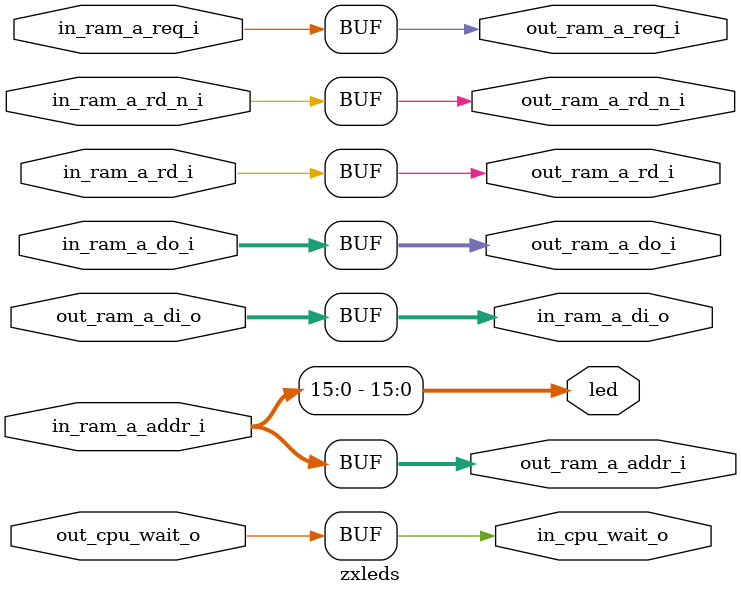
<source format=v>
`timescale 1ns / 1ps


module zxleds(
	input       [20:0]  in_ram_a_addr_i,
	input               in_ram_a_req_i,
	input               in_ram_a_rd_i,
	input               in_ram_a_rd_n_i,
	input       [7:0]   in_ram_a_do_i,
	output      [7:0]   in_ram_a_di_o,
	output              in_cpu_wait_o,

	output      [20:0]  out_ram_a_addr_i,
	output              out_ram_a_req_i,
	output              out_ram_a_rd_i,
	output              out_ram_a_rd_n_i,
	output      [7:0]   out_ram_a_do_i,
	input       [7:0]   out_ram_a_di_o,
	input               out_cpu_wait_o,

    output      [15:0]  led
    );
    
     assign led              = in_ram_a_addr_i[15:0];
    
    assign out_ram_a_addr_i = in_ram_a_addr_i;
	assign out_ram_a_req_i  = in_ram_a_req_i; 
	assign out_ram_a_rd_i   = in_ram_a_rd_i;
	assign out_ram_a_rd_n_i = in_ram_a_rd_n_i; 
	assign out_ram_a_do_i   = in_ram_a_do_i;
    assign in_ram_a_di_o    = out_ram_a_di_o;
    assign in_cpu_wait_o    = out_cpu_wait_o;
    
    
endmodule

</source>
